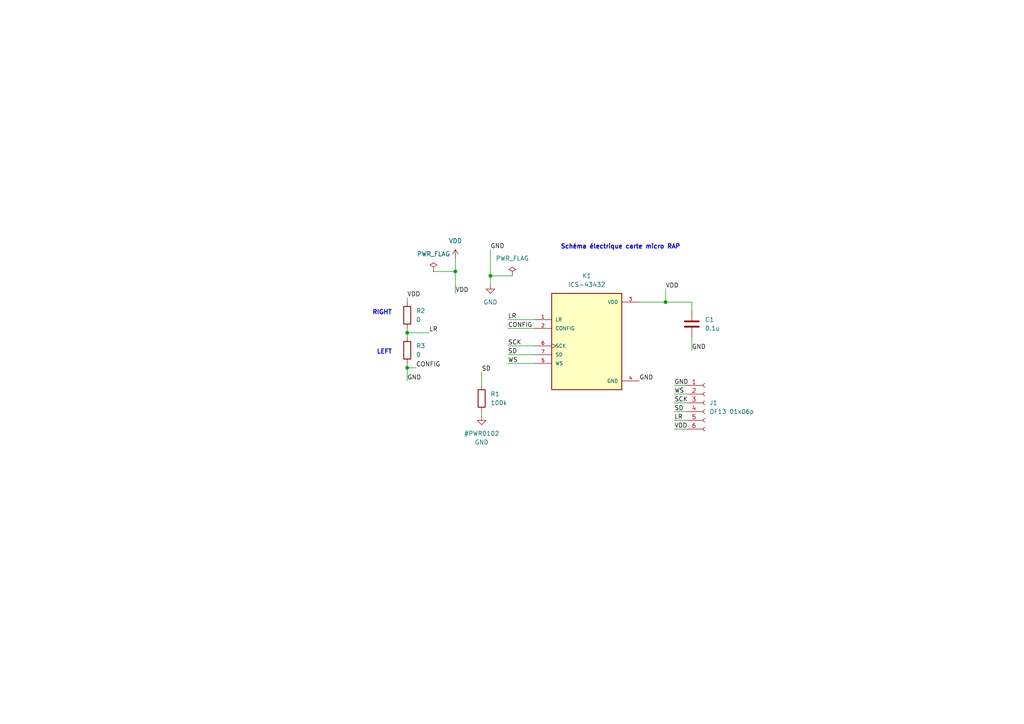
<source format=kicad_sch>
(kicad_sch (version 20211123) (generator eeschema)
  (paper "A4")
  (title_block (title "Carte Micro ICS 43432") (date "2022-06-21") (company "LAAS"))
  (lib_symbols
    (symbol "Connector:Conn_01x06_Female" (pin_names (offset 1.016) hide)
      (property "Reference" "J" (at 0 7.62 0))
      (property "Value" "Conn_01x06_Female" (at 0 -10.16 0))
      (symbol "Conn_01x06_Female_1_1"
        (arc (start 0 -7.112) (mid -0.508 -7.62) (end 0 -8.128) (stroke (width 0.1524)))
        (arc (start 0 -4.572) (mid -0.508 -5.08) (end 0 -5.588) (stroke (width 0.1524)))
        (arc (start 0 -2.032) (mid -0.508 -2.54) (end 0 -3.048) (stroke (width 0.1524)))
        (polyline (pts (xy -1.27 -7.62) (xy -0.508 -7.62)) (stroke (width 0.1524)))
        (polyline (pts (xy -1.27 -5.08) (xy -0.508 -5.08)) (stroke (width 0.1524)))
        (polyline (pts (xy -1.27 -2.54) (xy -0.508 -2.54)) (stroke (width 0.1524)))
        (polyline (pts (xy -1.27 0) (xy -0.508 0)) (stroke (width 0.1524)))
        (polyline (pts (xy -1.27 2.54) (xy -0.508 2.54)) (stroke (width 0.1524)))
        (polyline (pts (xy -1.27 5.08) (xy -0.508 5.08)) (stroke (width 0.1524)))
        (arc (start 0 0.508) (mid -0.508 0) (end 0 -0.508) (stroke (width 0.1524)))
        (arc (start 0 3.048) (mid -0.508 2.54) (end 0 2.032) (stroke (width 0.1524)))
        (arc (start 0 5.588) (mid -0.508 5.08) (end 0 4.572) (stroke (width 0.1524)))
        (pin passive line (at -5.08 5.08 0) (length 3.81) (name "Pin_1") (number "1"))
        (pin passive line (at -5.08 2.54 0) (length 3.81) (name "Pin_2") (number "2"))
        (pin passive line (at -5.08 0 0) (length 3.81) (name "Pin_3") (number "3"))
        (pin passive line (at -5.08 -2.54 0) (length 3.81) (name "Pin_4") (number "4"))
        (pin passive line (at -5.08 -5.08 0) (length 3.81) (name "Pin_5") (number "5"))
        (pin passive line (at -5.08 -7.62 0) (length 3.81) (name "Pin_6") (number "6"))
      )
    )
    (symbol "Device:C" (pin_numbers hide) (pin_names (offset 0.254))
      (property "Reference" "C" (at 0.635 2.54 0))
      (property "Value" "C" (at 0.635 -2.54 0))
      (symbol "C_0_1"
        (polyline (pts (xy -2.032 -0.762) (xy 2.032 -0.762)) (stroke (width 0.508)))
        (polyline (pts (xy -2.032 0.762) (xy 2.032 0.762)) (stroke (width 0.508)))
      )
      (symbol "C_1_1"
        (pin passive line (at 0 3.81 270) (length 2.794) (name "~") (number "1"))
        (pin passive line (at 0 -3.81 90) (length 2.794) (name "~") (number "2"))
      )
    )
    (symbol "Device:R" (pin_numbers hide) (pin_names (offset 0))
      (property "Reference" "R" (at 2.032 0 90))
      (property "Value" "R" (at 0 0 90))
      (symbol "R_0_1"
        (rectangle (start -1.016 -2.54) (end 1.016 2.54) (stroke (width 0.254)))
      )
      (symbol "R_1_1"
        (pin passive line (at 0 3.81 270) (length 1.27) (name "~") (number "1"))
        (pin passive line (at 0 -3.81 90) (length 1.27) (name "~") (number "2"))
      )
    )
    (symbol "ICS-43432:ICS-43432" (pin_names (offset 1.016))
      (property "Reference" "MK" (at -10.2108 15.7988 0))
      (property "Value" "ICS-43432" (at -10.2108 -15.3162 0))
      (symbol "ICS-43432_0_0"
        (rectangle (start -10.16 -12.7) (end 10.16 15.24) (stroke (width 0.254)) (fill (type background)))
        (pin input line (at -15.24 7.62 0) (length 5.08) (name "LR") (number "1"))
        (pin input line (at -15.24 5.08 0) (length 5.08) (name "CONFIG") (number "2"))
        (pin power_in line (at 15.24 12.7 180) (length 5.08) (name "VDD") (number "3"))
        (pin power_in line (at 15.24 -10.16 180) (length 5.08) (name "GND") (number "4"))
        (pin input line (at -15.24 -5.08 0) (length 5.08) (name "WS") (number "5"))
        (pin input clock (at -15.24 0 0) (length 5.08) (name "SCK") (number "6"))
        (pin output line (at -15.24 -2.54 0) (length 5.08) (name "SD") (number "7"))
      )
    )
    (symbol "power:GND" (power) (pin_names (offset 0))
      (property "Value" "GND" (at 0 -3.81 0))
      (symbol "GND_0_1"
        (polyline (pts (xy 0 0) (xy 0 -1.27) (xy 1.27 -1.27) (xy 0 -2.54) (xy -1.27 -1.27) (xy 0 -1.27)))
      )
      (symbol "GND_1_1"
        (pin power_in line (at 0 0 270) (length 0) hide (name "GND") (number "1"))
      )
    )
    (symbol "power:PWR_FLAG" (power) (pin_numbers hide) (pin_names (offset 0) hide)
      (property "Value" "PWR_FLAG" (at 0 3.81 0))
      (symbol "PWR_FLAG_0_0"
        (pin power_out line (at 0 0 90) (length 0) (name "pwr") (number "1"))
      )
      (symbol "PWR_FLAG_0_1"
        (polyline (pts (xy 0 0) (xy 0 1.27) (xy -1.016 1.905) (xy 0 2.54) (xy 1.016 1.905) (xy 0 1.27)))
      )
    )
    (symbol "power:VDD" (power) (pin_names (offset 0))
      (property "Value" "VDD" (at 0 3.81 0))
      (symbol "VDD_0_1"
        (polyline (pts (xy -0.762 1.27) (xy 0 2.54)))
        (polyline (pts (xy 0 0) (xy 0 2.54)))
        (polyline (pts (xy 0 2.54) (xy 0.762 1.27)))
      )
      (symbol "VDD_1_1"
        (pin power_in line (at 0 0 90) (length 0) hide (name "VDD") (number "1"))
      )
    )
  )
  (junction (at 132.08 78.74))
  (junction (at 118.11 96.52))
  (junction (at 118.11 106.68))
  (junction (at 142.24 80.01))
  (junction (at 193.04 87.63))
  (wire (pts (xy 139.7 119.38) (xy 139.7 120.65)))
  (wire (pts (xy 118.11 96.52) (xy 118.11 97.79)))
  (wire (pts (xy 118.11 86.36) (xy 118.11 87.63)))
  (wire (pts (xy 118.11 106.68) (xy 120.65 106.68)))
  (wire (pts (xy 199.39 114.3) (xy 195.58 114.3)))
  (wire (pts (xy 118.11 96.52) (xy 124.46 96.52)))
  (wire (pts (xy 118.11 105.41) (xy 118.11 106.68)))
  (wire (pts (xy 142.24 72.39) (xy 142.24 80.01)))
  (wire (pts (xy 200.66 97.79) (xy 200.66 101.6)))
  (wire (pts (xy 193.04 87.63) (xy 200.66 87.63)))
  (wire (pts (xy 147.32 92.71) (xy 154.94 92.71)))
  (wire (pts (xy 118.11 106.68) (xy 118.11 110.49)))
  (wire (pts (xy 147.32 100.33) (xy 154.94 100.33)))
  (wire (pts (xy 199.39 119.38) (xy 195.58 119.38)))
  (wire (pts (xy 125.73 78.74) (xy 132.08 78.74)))
  (wire (pts (xy 199.39 121.92) (xy 195.58 121.92)))
  (wire (pts (xy 118.11 95.25) (xy 118.11 96.52)))
  (wire (pts (xy 147.32 105.41) (xy 154.94 105.41)))
  (wire (pts (xy 185.42 87.63) (xy 193.04 87.63)))
  (wire (pts (xy 193.04 83.82) (xy 193.04 87.63)))
  (wire (pts (xy 200.66 90.17) (xy 200.66 87.63)))
  (wire (pts (xy 142.24 80.01) (xy 148.59 80.01)))
  (wire (pts (xy 199.39 111.76) (xy 195.58 111.76)))
  (wire (pts (xy 142.24 80.01) (xy 142.24 82.55)))
  (wire (pts (xy 132.08 78.74) (xy 132.08 85.09)))
  (wire (pts (xy 199.39 116.84) (xy 195.58 116.84)))
  (wire (pts (xy 132.08 74.93) (xy 132.08 78.74)))
  (wire (pts (xy 147.32 95.25) (xy 154.94 95.25)))
  (wire (pts (xy 199.39 124.46) (xy 195.58 124.46)))
  (wire (pts (xy 139.7 107.95) (xy 139.7 111.76)))
  (wire (pts (xy 147.32 102.87) (xy 154.94 102.87)))
  (text "LEFT\n" (at 109.22 102.87 0) (effects (font (size 1.27 1.27) bold) (justify left bottom)))
  (text "Schéma électrique carte micro RAP" (at 162.56 72.39 0) (effects (font (size 1.27 1.27) (thickness 0.254) bold) (justify left bottom)))
  (text "RIGHT" (at 107.95 91.44 0) (effects (font (size 1.27 1.27) bold) (justify left bottom)))
  (label "VDD" (at 195.58 124.46 0))
  (label "GND" (at 195.58 111.76 0))
  (label "SD" (at 147.32 102.87 0))
  (label "LR" (at 124.46 96.52 0))
  (label "WS" (at 147.32 105.41 0))
  (label "SCK" (at 147.32 100.33 0))
  (label "GND" (at 142.24 72.39 0))
  (label "SD" (at 139.7 107.95 0))
  (label "LR" (at 147.32 92.71 0))
  (label "VDD" (at 193.04 83.82 0))
  (label "SD" (at 195.58 119.38 0))
  (label "CONFIG" (at 120.65 106.68 0))
  (label "GND" (at 185.42 110.49 0))
  (label "GND" (at 200.66 101.6 0))
  (label "WS" (at 195.58 114.3 0))
  (label "VDD" (at 132.08 85.09 0))
  (label "VDD" (at 118.11 86.36 0))
  (label "SCK" (at 195.58 116.84 0))
  (label "GND" (at 118.11 110.49 0))
  (label "LR" (at 195.58 121.92 0))
  (label "CONFIG" (at 147.32 95.25 0))
  (symbol (lib_id "Device:C") (at 200.66 93.98 0) (unit 1)
    (property "Reference" "C1" (at 204.47 92.7099 0) (effects (justify left)))
    (property "Value" "0.1u" (at 204.47 95.2499 0) (effects (justify left)))
    (property "Footprint" "Capacitor_SMD:C_0402_1005Metric" (effects hide))
  )
  (symbol (lib_id "Connector:Conn_01x06_Female") (at 204.47 116.84 0) (unit 1)
    (property "Reference" "J1" (at 205.74 116.8399 0) (effects (justify left)))
    (property "Value" "DF13 01x06p" (at 205.74 119.3799 0) (effects (justify left)))
    (property "Footprint" "Connector_Hirose:Hirose_DF13C_CL535-0406-3-51_1x06-1MP_P1.25mm_Vertical" (effects hide))
  )
  (symbol (lib_id "power:GND") (at 139.7 120.65 0) (unit 1)
    (property "Reference" "#PWR0102" (at 139.7 125.73 0))
    (property "Value" "GND" (at 139.7 128.27 0))
  )
  (symbol (lib_id "power:GND") (at 142.24 82.55 0) (unit 1)
    (property "Reference" "#PWR0106" (effects hide))
    (property "Value" "GND" (at 142.24 87.63 0))
  )
  (symbol (lib_id "power:VDD") (at 132.08 74.93 0) (unit 1)
    (property "Reference" "#PWR0105" (effects hide))
    (property "Value" "VDD" (at 132.08 69.85 0))
  )
  (symbol (lib_id "Device:R") (at 118.11 101.6 0) (unit 1)
    (property "Reference" "R3" (at 120.65 100.3299 0) (effects (justify left)))
    (property "Value" "0" (at 120.65 102.8699 0) (effects (justify left)))
    (property "Footprint" "Resistor_SMD:R_01005_0402Metric" (effects hide))
  )
  (symbol (lib_id "Device:R") (at 139.7 115.57 0) (unit 1)
    (property "Reference" "R1" (at 142.24 114.2999 0) (effects (justify left)))
    (property "Value" "100k" (at 142.24 116.8399 0) (effects (justify left)))
    (property "Footprint" "Resistor_SMD:R_01005_0402Metric" (effects hide))
  )
  (symbol (lib_id "ICS-43432:ICS-43432") (at 170.18 100.33 0) (unit 1)
    (property "Reference" "K1" (at 170.18 80.01 0))
    (property "Value" "ICS-43432" (at 170.18 82.55 0))
    (property "Footprint" "ICS-43432:MIC_ICS-43432" (effects hide))
    (property "DESCRIPTION" "50Hz ~{} 20kHz Digital, I²S Microphone MEMS (Silicon) 1.62V ~{} 3.63V Omnidirectional (-26dB ±1dB @ 94dB SPL) Solder Pads" (effects hide))
    (property "MF" "TDK InvenSense" (effects hide))
    (property "AVAILABILITY" "Good" (effects hide))
    (property "PURCHASE-URL" "https://pricing.snapeda.com/search/part/ICS-43432/?ref=eda" (effects hide))
    (property "PACKAGE" "QFN-16 TDK InvenSense" (effects hide))
    (property "MP" "ICS-43432" (effects hide))
    (property "PRICE" "None" (effects hide))
  )
  (symbol (lib_id "power:PWR_FLAG") (at 125.73 78.74 0) (unit 1)
    (property "Reference" "#FLG0102" (effects hide))
    (property "Value" "PWR_FLAG" (at 125.73 73.66 0))
  )
  (symbol (lib_id "Device:R") (at 118.11 91.44 0) (unit 1)
    (property "Reference" "R2" (at 120.65 90.1699 0) (effects (justify left)))
    (property "Value" "0" (at 120.65 92.7099 0) (effects (justify left)))
    (property "Footprint" "Resistor_SMD:R_01005_0402Metric" (effects hide))
  )
  (symbol (lib_id "power:PWR_FLAG") (at 148.59 80.01 0) (unit 1)
    (property "Reference" "#FLG0101" (effects hide))
    (property "Value" "PWR_FLAG" (at 148.59 74.93 0))
  )
)
</source>
